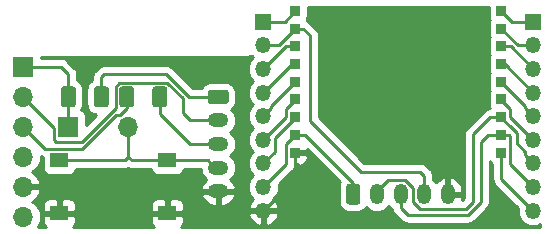
<source format=gbr>
G04 #@! TF.GenerationSoftware,KiCad,Pcbnew,(5.1.2)-1*
G04 #@! TF.CreationDate,2021-12-05T07:22:55+09:00*
G04 #@! TF.ProjectId,ESP32C3_downloader,45535033-3243-4335-9f64-6f776e6c6f61,rev?*
G04 #@! TF.SameCoordinates,Original*
G04 #@! TF.FileFunction,Copper,L1,Top*
G04 #@! TF.FilePolarity,Positive*
%FSLAX46Y46*%
G04 Gerber Fmt 4.6, Leading zero omitted, Abs format (unit mm)*
G04 Created by KiCad (PCBNEW (5.1.2)-1) date 2021-12-05 07:22:55*
%MOMM*%
%LPD*%
G04 APERTURE LIST*
%ADD10C,0.150000*%
%ADD11C,1.200000*%
%ADD12O,1.750000X1.200000*%
%ADD13C,1.250000*%
%ADD14R,1.350000X1.350000*%
%ADD15O,1.350000X1.350000*%
%ADD16O,1.200000X1.750000*%
%ADD17R,1.700000X1.700000*%
%ADD18O,1.700000X1.700000*%
%ADD19R,1.550000X1.300000*%
%ADD20R,0.850000X0.912500*%
%ADD21C,0.250000*%
%ADD22C,0.254000*%
G04 APERTURE END LIST*
D10*
G36*
X48909505Y-57821204D02*
G01*
X48933773Y-57824804D01*
X48957572Y-57830765D01*
X48980671Y-57839030D01*
X49002850Y-57849520D01*
X49023893Y-57862132D01*
X49043599Y-57876747D01*
X49061777Y-57893223D01*
X49078253Y-57911401D01*
X49092868Y-57931107D01*
X49105480Y-57952150D01*
X49115970Y-57974329D01*
X49124235Y-57997428D01*
X49130196Y-58021227D01*
X49133796Y-58045495D01*
X49135000Y-58069999D01*
X49135000Y-58770001D01*
X49133796Y-58794505D01*
X49130196Y-58818773D01*
X49124235Y-58842572D01*
X49115970Y-58865671D01*
X49105480Y-58887850D01*
X49092868Y-58908893D01*
X49078253Y-58928599D01*
X49061777Y-58946777D01*
X49043599Y-58963253D01*
X49023893Y-58977868D01*
X49002850Y-58990480D01*
X48980671Y-59000970D01*
X48957572Y-59009235D01*
X48933773Y-59015196D01*
X48909505Y-59018796D01*
X48885001Y-59020000D01*
X47634999Y-59020000D01*
X47610495Y-59018796D01*
X47586227Y-59015196D01*
X47562428Y-59009235D01*
X47539329Y-59000970D01*
X47517150Y-58990480D01*
X47496107Y-58977868D01*
X47476401Y-58963253D01*
X47458223Y-58946777D01*
X47441747Y-58928599D01*
X47427132Y-58908893D01*
X47414520Y-58887850D01*
X47404030Y-58865671D01*
X47395765Y-58842572D01*
X47389804Y-58818773D01*
X47386204Y-58794505D01*
X47385000Y-58770001D01*
X47385000Y-58069999D01*
X47386204Y-58045495D01*
X47389804Y-58021227D01*
X47395765Y-57997428D01*
X47404030Y-57974329D01*
X47414520Y-57952150D01*
X47427132Y-57931107D01*
X47441747Y-57911401D01*
X47458223Y-57893223D01*
X47476401Y-57876747D01*
X47496107Y-57862132D01*
X47517150Y-57849520D01*
X47539329Y-57839030D01*
X47562428Y-57830765D01*
X47586227Y-57824804D01*
X47610495Y-57821204D01*
X47634999Y-57820000D01*
X48885001Y-57820000D01*
X48909505Y-57821204D01*
X48909505Y-57821204D01*
G37*
D11*
X48260000Y-58420000D03*
D12*
X48260000Y-60420000D03*
X48260000Y-62420000D03*
X48260000Y-64420000D03*
X48260000Y-66420000D03*
D10*
G36*
X35959504Y-57546204D02*
G01*
X35983773Y-57549804D01*
X36007571Y-57555765D01*
X36030671Y-57564030D01*
X36052849Y-57574520D01*
X36073893Y-57587133D01*
X36093598Y-57601747D01*
X36111777Y-57618223D01*
X36128253Y-57636402D01*
X36142867Y-57656107D01*
X36155480Y-57677151D01*
X36165970Y-57699329D01*
X36174235Y-57722429D01*
X36180196Y-57746227D01*
X36183796Y-57770496D01*
X36185000Y-57795000D01*
X36185000Y-59045000D01*
X36183796Y-59069504D01*
X36180196Y-59093773D01*
X36174235Y-59117571D01*
X36165970Y-59140671D01*
X36155480Y-59162849D01*
X36142867Y-59183893D01*
X36128253Y-59203598D01*
X36111777Y-59221777D01*
X36093598Y-59238253D01*
X36073893Y-59252867D01*
X36052849Y-59265480D01*
X36030671Y-59275970D01*
X36007571Y-59284235D01*
X35983773Y-59290196D01*
X35959504Y-59293796D01*
X35935000Y-59295000D01*
X35185000Y-59295000D01*
X35160496Y-59293796D01*
X35136227Y-59290196D01*
X35112429Y-59284235D01*
X35089329Y-59275970D01*
X35067151Y-59265480D01*
X35046107Y-59252867D01*
X35026402Y-59238253D01*
X35008223Y-59221777D01*
X34991747Y-59203598D01*
X34977133Y-59183893D01*
X34964520Y-59162849D01*
X34954030Y-59140671D01*
X34945765Y-59117571D01*
X34939804Y-59093773D01*
X34936204Y-59069504D01*
X34935000Y-59045000D01*
X34935000Y-57795000D01*
X34936204Y-57770496D01*
X34939804Y-57746227D01*
X34945765Y-57722429D01*
X34954030Y-57699329D01*
X34964520Y-57677151D01*
X34977133Y-57656107D01*
X34991747Y-57636402D01*
X35008223Y-57618223D01*
X35026402Y-57601747D01*
X35046107Y-57587133D01*
X35067151Y-57574520D01*
X35089329Y-57564030D01*
X35112429Y-57555765D01*
X35136227Y-57549804D01*
X35160496Y-57546204D01*
X35185000Y-57545000D01*
X35935000Y-57545000D01*
X35959504Y-57546204D01*
X35959504Y-57546204D01*
G37*
D13*
X35560000Y-58420000D03*
D10*
G36*
X38759504Y-57546204D02*
G01*
X38783773Y-57549804D01*
X38807571Y-57555765D01*
X38830671Y-57564030D01*
X38852849Y-57574520D01*
X38873893Y-57587133D01*
X38893598Y-57601747D01*
X38911777Y-57618223D01*
X38928253Y-57636402D01*
X38942867Y-57656107D01*
X38955480Y-57677151D01*
X38965970Y-57699329D01*
X38974235Y-57722429D01*
X38980196Y-57746227D01*
X38983796Y-57770496D01*
X38985000Y-57795000D01*
X38985000Y-59045000D01*
X38983796Y-59069504D01*
X38980196Y-59093773D01*
X38974235Y-59117571D01*
X38965970Y-59140671D01*
X38955480Y-59162849D01*
X38942867Y-59183893D01*
X38928253Y-59203598D01*
X38911777Y-59221777D01*
X38893598Y-59238253D01*
X38873893Y-59252867D01*
X38852849Y-59265480D01*
X38830671Y-59275970D01*
X38807571Y-59284235D01*
X38783773Y-59290196D01*
X38759504Y-59293796D01*
X38735000Y-59295000D01*
X37985000Y-59295000D01*
X37960496Y-59293796D01*
X37936227Y-59290196D01*
X37912429Y-59284235D01*
X37889329Y-59275970D01*
X37867151Y-59265480D01*
X37846107Y-59252867D01*
X37826402Y-59238253D01*
X37808223Y-59221777D01*
X37791747Y-59203598D01*
X37777133Y-59183893D01*
X37764520Y-59162849D01*
X37754030Y-59140671D01*
X37745765Y-59117571D01*
X37739804Y-59093773D01*
X37736204Y-59069504D01*
X37735000Y-59045000D01*
X37735000Y-57795000D01*
X37736204Y-57770496D01*
X37739804Y-57746227D01*
X37745765Y-57722429D01*
X37754030Y-57699329D01*
X37764520Y-57677151D01*
X37777133Y-57656107D01*
X37791747Y-57636402D01*
X37808223Y-57618223D01*
X37826402Y-57601747D01*
X37846107Y-57587133D01*
X37867151Y-57574520D01*
X37889329Y-57564030D01*
X37912429Y-57555765D01*
X37936227Y-57549804D01*
X37960496Y-57546204D01*
X37985000Y-57545000D01*
X38735000Y-57545000D01*
X38759504Y-57546204D01*
X38759504Y-57546204D01*
G37*
D13*
X38360000Y-58420000D03*
D10*
G36*
X43709504Y-57546204D02*
G01*
X43733773Y-57549804D01*
X43757571Y-57555765D01*
X43780671Y-57564030D01*
X43802849Y-57574520D01*
X43823893Y-57587133D01*
X43843598Y-57601747D01*
X43861777Y-57618223D01*
X43878253Y-57636402D01*
X43892867Y-57656107D01*
X43905480Y-57677151D01*
X43915970Y-57699329D01*
X43924235Y-57722429D01*
X43930196Y-57746227D01*
X43933796Y-57770496D01*
X43935000Y-57795000D01*
X43935000Y-59045000D01*
X43933796Y-59069504D01*
X43930196Y-59093773D01*
X43924235Y-59117571D01*
X43915970Y-59140671D01*
X43905480Y-59162849D01*
X43892867Y-59183893D01*
X43878253Y-59203598D01*
X43861777Y-59221777D01*
X43843598Y-59238253D01*
X43823893Y-59252867D01*
X43802849Y-59265480D01*
X43780671Y-59275970D01*
X43757571Y-59284235D01*
X43733773Y-59290196D01*
X43709504Y-59293796D01*
X43685000Y-59295000D01*
X42935000Y-59295000D01*
X42910496Y-59293796D01*
X42886227Y-59290196D01*
X42862429Y-59284235D01*
X42839329Y-59275970D01*
X42817151Y-59265480D01*
X42796107Y-59252867D01*
X42776402Y-59238253D01*
X42758223Y-59221777D01*
X42741747Y-59203598D01*
X42727133Y-59183893D01*
X42714520Y-59162849D01*
X42704030Y-59140671D01*
X42695765Y-59117571D01*
X42689804Y-59093773D01*
X42686204Y-59069504D01*
X42685000Y-59045000D01*
X42685000Y-57795000D01*
X42686204Y-57770496D01*
X42689804Y-57746227D01*
X42695765Y-57722429D01*
X42704030Y-57699329D01*
X42714520Y-57677151D01*
X42727133Y-57656107D01*
X42741747Y-57636402D01*
X42758223Y-57618223D01*
X42776402Y-57601747D01*
X42796107Y-57587133D01*
X42817151Y-57574520D01*
X42839329Y-57564030D01*
X42862429Y-57555765D01*
X42886227Y-57549804D01*
X42910496Y-57546204D01*
X42935000Y-57545000D01*
X43685000Y-57545000D01*
X43709504Y-57546204D01*
X43709504Y-57546204D01*
G37*
D13*
X43310000Y-58420000D03*
D10*
G36*
X40909504Y-57546204D02*
G01*
X40933773Y-57549804D01*
X40957571Y-57555765D01*
X40980671Y-57564030D01*
X41002849Y-57574520D01*
X41023893Y-57587133D01*
X41043598Y-57601747D01*
X41061777Y-57618223D01*
X41078253Y-57636402D01*
X41092867Y-57656107D01*
X41105480Y-57677151D01*
X41115970Y-57699329D01*
X41124235Y-57722429D01*
X41130196Y-57746227D01*
X41133796Y-57770496D01*
X41135000Y-57795000D01*
X41135000Y-59045000D01*
X41133796Y-59069504D01*
X41130196Y-59093773D01*
X41124235Y-59117571D01*
X41115970Y-59140671D01*
X41105480Y-59162849D01*
X41092867Y-59183893D01*
X41078253Y-59203598D01*
X41061777Y-59221777D01*
X41043598Y-59238253D01*
X41023893Y-59252867D01*
X41002849Y-59265480D01*
X40980671Y-59275970D01*
X40957571Y-59284235D01*
X40933773Y-59290196D01*
X40909504Y-59293796D01*
X40885000Y-59295000D01*
X40135000Y-59295000D01*
X40110496Y-59293796D01*
X40086227Y-59290196D01*
X40062429Y-59284235D01*
X40039329Y-59275970D01*
X40017151Y-59265480D01*
X39996107Y-59252867D01*
X39976402Y-59238253D01*
X39958223Y-59221777D01*
X39941747Y-59203598D01*
X39927133Y-59183893D01*
X39914520Y-59162849D01*
X39904030Y-59140671D01*
X39895765Y-59117571D01*
X39889804Y-59093773D01*
X39886204Y-59069504D01*
X39885000Y-59045000D01*
X39885000Y-57795000D01*
X39886204Y-57770496D01*
X39889804Y-57746227D01*
X39895765Y-57722429D01*
X39904030Y-57699329D01*
X39914520Y-57677151D01*
X39927133Y-57656107D01*
X39941747Y-57636402D01*
X39958223Y-57618223D01*
X39976402Y-57601747D01*
X39996107Y-57587133D01*
X40017151Y-57574520D01*
X40039329Y-57564030D01*
X40062429Y-57555765D01*
X40086227Y-57549804D01*
X40110496Y-57546204D01*
X40135000Y-57545000D01*
X40885000Y-57545000D01*
X40909504Y-57546204D01*
X40909504Y-57546204D01*
G37*
D13*
X40510000Y-58420000D03*
D14*
X52070000Y-52070000D03*
D15*
X52070000Y-54070000D03*
X52070000Y-56070000D03*
X52070000Y-58070000D03*
X52070000Y-60070000D03*
X52070000Y-62070000D03*
X52070000Y-64070000D03*
X52070000Y-66070000D03*
X52070000Y-68070000D03*
X74930000Y-68070000D03*
X74930000Y-66070000D03*
X74930000Y-64070000D03*
X74930000Y-62070000D03*
X74930000Y-60070000D03*
X74930000Y-58070000D03*
X74930000Y-56070000D03*
X74930000Y-54070000D03*
D14*
X74930000Y-52070000D03*
D16*
X67690000Y-66675000D03*
X65690000Y-66675000D03*
X63690000Y-66675000D03*
X61690000Y-66675000D03*
D10*
G36*
X60064505Y-65801204D02*
G01*
X60088773Y-65804804D01*
X60112572Y-65810765D01*
X60135671Y-65819030D01*
X60157850Y-65829520D01*
X60178893Y-65842132D01*
X60198599Y-65856747D01*
X60216777Y-65873223D01*
X60233253Y-65891401D01*
X60247868Y-65911107D01*
X60260480Y-65932150D01*
X60270970Y-65954329D01*
X60279235Y-65977428D01*
X60285196Y-66001227D01*
X60288796Y-66025495D01*
X60290000Y-66049999D01*
X60290000Y-67300001D01*
X60288796Y-67324505D01*
X60285196Y-67348773D01*
X60279235Y-67372572D01*
X60270970Y-67395671D01*
X60260480Y-67417850D01*
X60247868Y-67438893D01*
X60233253Y-67458599D01*
X60216777Y-67476777D01*
X60198599Y-67493253D01*
X60178893Y-67507868D01*
X60157850Y-67520480D01*
X60135671Y-67530970D01*
X60112572Y-67539235D01*
X60088773Y-67545196D01*
X60064505Y-67548796D01*
X60040001Y-67550000D01*
X59339999Y-67550000D01*
X59315495Y-67548796D01*
X59291227Y-67545196D01*
X59267428Y-67539235D01*
X59244329Y-67530970D01*
X59222150Y-67520480D01*
X59201107Y-67507868D01*
X59181401Y-67493253D01*
X59163223Y-67476777D01*
X59146747Y-67458599D01*
X59132132Y-67438893D01*
X59119520Y-67417850D01*
X59109030Y-67395671D01*
X59100765Y-67372572D01*
X59094804Y-67348773D01*
X59091204Y-67324505D01*
X59090000Y-67300001D01*
X59090000Y-66049999D01*
X59091204Y-66025495D01*
X59094804Y-66001227D01*
X59100765Y-65977428D01*
X59109030Y-65954329D01*
X59119520Y-65932150D01*
X59132132Y-65911107D01*
X59146747Y-65891401D01*
X59163223Y-65873223D01*
X59181401Y-65856747D01*
X59201107Y-65842132D01*
X59222150Y-65829520D01*
X59244329Y-65819030D01*
X59267428Y-65810765D01*
X59291227Y-65804804D01*
X59315495Y-65801204D01*
X59339999Y-65800000D01*
X60040001Y-65800000D01*
X60064505Y-65801204D01*
X60064505Y-65801204D01*
G37*
D11*
X59690000Y-66675000D03*
D17*
X31750000Y-55880000D03*
D18*
X31750000Y-58420000D03*
X31750000Y-60960000D03*
X31750000Y-63500000D03*
X31750000Y-66040000D03*
X31750000Y-68580000D03*
D19*
X43942000Y-63790000D03*
X43942000Y-68290000D03*
X34798000Y-68290000D03*
X34798000Y-63790000D03*
D17*
X35560000Y-60960000D03*
D18*
X40640000Y-60960000D03*
D20*
X72237500Y-51150000D03*
X72237500Y-52650000D03*
X72237500Y-54150000D03*
X72237500Y-55650000D03*
X72237500Y-57150000D03*
X72237500Y-58650000D03*
X72237500Y-60150000D03*
X72237500Y-61650000D03*
X72237500Y-63150000D03*
X54762500Y-63150000D03*
X54762500Y-61650000D03*
X54762500Y-60150000D03*
X54762500Y-58650000D03*
X54762500Y-57150000D03*
X54762500Y-55650000D03*
X54762500Y-54150000D03*
X54762500Y-52650000D03*
X54762500Y-51150000D03*
D21*
X35560000Y-56515000D02*
X35560000Y-58420000D01*
X31750000Y-55880000D02*
X34925000Y-55880000D01*
X34925000Y-55880000D02*
X35560000Y-56515000D01*
X35560000Y-60960000D02*
X35560000Y-58420000D01*
X38360000Y-56775000D02*
X38360000Y-58420000D01*
X43854600Y-56515000D02*
X38620000Y-56515000D01*
X38360000Y-56775000D02*
X38620000Y-56515000D01*
X45759600Y-58420000D02*
X45719999Y-58380399D01*
X48260000Y-58420000D02*
X46355000Y-58420000D01*
X45759600Y-58420000D02*
X46355000Y-58420000D01*
X45759600Y-58420000D02*
X48260000Y-58420000D01*
X45104800Y-57765200D02*
X45759600Y-58420000D01*
X45104800Y-57765200D02*
X43854600Y-56515000D01*
X45719999Y-58380399D02*
X45104800Y-57765200D01*
X44489600Y-57150000D02*
X43854600Y-56515000D01*
X43310000Y-58420000D02*
X43310000Y-59865000D01*
X45865000Y-62420000D02*
X48260000Y-62420000D01*
X45697500Y-62252500D02*
X45865000Y-62420000D01*
X43310000Y-59865000D02*
X45697500Y-62252500D01*
X40510000Y-59395000D02*
X40510000Y-58420000D01*
X39962500Y-59942500D02*
X40510000Y-59395000D01*
X39622500Y-59942500D02*
X39962500Y-59942500D01*
X36750001Y-62814999D02*
X39622500Y-59942500D01*
X33604999Y-62814999D02*
X36750001Y-62814999D01*
X31750000Y-60960000D02*
X33604999Y-62814999D01*
X54762500Y-51181250D02*
X54762500Y-51150000D01*
X53873750Y-52070000D02*
X54762500Y-51181250D01*
X52070000Y-52070000D02*
X53873750Y-52070000D01*
X54762500Y-52681250D02*
X54762500Y-52650000D01*
X53373750Y-54070000D02*
X54762500Y-52681250D01*
X52070000Y-54070000D02*
X53373750Y-54070000D01*
X55437500Y-52650000D02*
X54762500Y-52650000D01*
X53990000Y-54150000D02*
X54762500Y-54150000D01*
X52070000Y-56070000D02*
X53990000Y-54150000D01*
X54490000Y-55650000D02*
X54762500Y-55650000D01*
X52070000Y-58070000D02*
X54490000Y-55650000D01*
X54762500Y-57181250D02*
X54762500Y-57150000D01*
X52744999Y-59198751D02*
X54762500Y-57181250D01*
X52744999Y-59395001D02*
X52744999Y-59198751D01*
X52070000Y-60070000D02*
X52744999Y-59395001D01*
X54762500Y-58681250D02*
X54762500Y-58650000D01*
X54012499Y-59431251D02*
X54762500Y-58681250D01*
X54012499Y-60127501D02*
X54012499Y-59431251D01*
X52070000Y-62070000D02*
X54012499Y-60127501D01*
X54762500Y-60181250D02*
X54762500Y-60150000D01*
X53070001Y-61873749D02*
X54762500Y-60181250D01*
X53070001Y-63069999D02*
X53070001Y-61873749D01*
X52070000Y-64070000D02*
X53070001Y-63069999D01*
X54762500Y-61681250D02*
X54762500Y-61650000D01*
X54012499Y-62431251D02*
X54762500Y-61681250D01*
X54012499Y-64127501D02*
X54012499Y-62431251D01*
X52070000Y-66070000D02*
X54012499Y-64127501D01*
X59690000Y-66675000D02*
X59690000Y-65700000D01*
X55640000Y-61650000D02*
X54762500Y-61650000D01*
X59690000Y-65700000D02*
X55640000Y-61650000D01*
X54762500Y-65377500D02*
X54762500Y-63150000D01*
X52070000Y-68070000D02*
X54762500Y-65377500D01*
X67690000Y-66400000D02*
X67690000Y-66675000D01*
X72237500Y-65377500D02*
X74930000Y-68070000D01*
X72237500Y-63150000D02*
X72237500Y-65377500D01*
X65690000Y-65120000D02*
X65340000Y-64770000D01*
X65690000Y-66675000D02*
X65690000Y-65120000D01*
X65340000Y-64770000D02*
X60325000Y-64770000D01*
X56003750Y-60448750D02*
X56003750Y-53216250D01*
X60325000Y-64770000D02*
X56003750Y-60448750D01*
X56003750Y-53216250D02*
X55437500Y-52650000D01*
X72237500Y-60181250D02*
X72237500Y-60150000D01*
X72987501Y-60931251D02*
X72237500Y-60181250D01*
X74255001Y-63395001D02*
X74255001Y-63062341D01*
X74930000Y-64070000D02*
X74255001Y-63395001D01*
X72237500Y-58681250D02*
X72237500Y-58650000D01*
X72987501Y-59431251D02*
X72237500Y-58681250D01*
X72987501Y-60127501D02*
X72987501Y-59431251D01*
X74930000Y-62070000D02*
X72987501Y-60127501D01*
X72237500Y-57181250D02*
X72237500Y-57150000D01*
X74255001Y-59198751D02*
X72237500Y-57181250D01*
X74255001Y-59395001D02*
X74255001Y-59198751D01*
X74930000Y-60070000D02*
X74255001Y-59395001D01*
X72510000Y-55650000D02*
X72237500Y-55650000D01*
X74930000Y-58070000D02*
X72510000Y-55650000D01*
X73010000Y-54150000D02*
X72237500Y-54150000D01*
X74930000Y-56070000D02*
X73010000Y-54150000D01*
X72237500Y-52681250D02*
X72237500Y-52650000D01*
X73626250Y-54070000D02*
X72237500Y-52681250D01*
X74930000Y-54070000D02*
X73626250Y-54070000D01*
X72237500Y-51181250D02*
X72237500Y-51150000D01*
X73126250Y-52070000D02*
X72237500Y-51181250D01*
X74930000Y-52070000D02*
X73126250Y-52070000D01*
X69399991Y-68395009D02*
X70485000Y-67310000D01*
X64285009Y-68395009D02*
X69399991Y-68395009D01*
X63690000Y-67800000D02*
X64285009Y-68395009D01*
X63690000Y-66675000D02*
X63690000Y-67800000D01*
X71065000Y-61650000D02*
X72237500Y-61650000D01*
X70485000Y-62230000D02*
X71065000Y-61650000D01*
X70485000Y-64135000D02*
X70485000Y-62230000D01*
X70485000Y-64135000D02*
X70485000Y-63433750D01*
X70485000Y-67310000D02*
X70485000Y-64135000D01*
X72912500Y-61650000D02*
X72237500Y-61650000D01*
X72987501Y-61725001D02*
X72912500Y-61650000D01*
X72987501Y-64127501D02*
X72987501Y-61725001D01*
X74930000Y-66070000D02*
X72987501Y-64127501D01*
X61690000Y-66400000D02*
X61690000Y-66675000D01*
X64069081Y-65470919D02*
X62619081Y-65470919D01*
X64764990Y-66166829D02*
X64069081Y-65470919D01*
X64764990Y-67333151D02*
X64764990Y-66166829D01*
X62619081Y-65470919D02*
X61690000Y-66400000D01*
X69850000Y-67308590D02*
X69213590Y-67945000D01*
X69213590Y-67945000D02*
X65376839Y-67945000D01*
X65376839Y-67945000D02*
X64764990Y-67333151D01*
X69850000Y-61595000D02*
X71295000Y-60150000D01*
X72237500Y-60150000D02*
X71295000Y-60150000D01*
X69850000Y-61595000D02*
X69850000Y-67308590D01*
X72987501Y-60931251D02*
X72996251Y-60931251D01*
X73541330Y-61476330D02*
X73541330Y-62348670D01*
X72996251Y-60931251D02*
X73541330Y-61476330D01*
X74255001Y-63062341D02*
X73541330Y-62348670D01*
X43923180Y-57219990D02*
X45269990Y-58566800D01*
X39896820Y-57219990D02*
X43923180Y-57219990D01*
X36698590Y-62230000D02*
X39559990Y-59368600D01*
X34544998Y-62230000D02*
X36698590Y-62230000D01*
X34384999Y-62070001D02*
X34544998Y-62230000D01*
X45269990Y-58566800D02*
X45269990Y-59824990D01*
X39559990Y-59368600D02*
X39559990Y-57556820D01*
X34384999Y-61054999D02*
X34384999Y-62070001D01*
X39559990Y-57556820D02*
X39896820Y-57219990D01*
X31750000Y-58420000D02*
X34384999Y-61054999D01*
X45865000Y-60420000D02*
X45269990Y-59824990D01*
X48260000Y-60420000D02*
X45865000Y-60420000D01*
X34798000Y-68290000D02*
X43942000Y-68290000D01*
X34798000Y-67183000D02*
X34798000Y-68290000D01*
X34290000Y-66675000D02*
X34798000Y-67183000D01*
X33655000Y-66675000D02*
X34290000Y-66675000D01*
X31750000Y-66040000D02*
X33020000Y-66040000D01*
X33020000Y-66040000D02*
X33655000Y-66675000D01*
X45375000Y-68290000D02*
X45975000Y-67690000D01*
X43942000Y-68290000D02*
X45375000Y-68290000D01*
X34798000Y-63790000D02*
X40350000Y-63790000D01*
X40640000Y-63500000D02*
X40640000Y-60960000D01*
X40350000Y-63790000D02*
X40640000Y-63500000D01*
X40930000Y-63790000D02*
X40640000Y-63500000D01*
X43942000Y-63790000D02*
X40930000Y-63790000D01*
X47355000Y-63790000D02*
X43942000Y-63790000D01*
X48260000Y-64420000D02*
X47985000Y-64420000D01*
X47985000Y-64420000D02*
X47355000Y-63790000D01*
X45975000Y-67580000D02*
X45975000Y-67690000D01*
X47135000Y-66420000D02*
X45975000Y-67580000D01*
X48260000Y-66420000D02*
X47135000Y-66420000D01*
D22*
G36*
X51139208Y-55000792D02*
G01*
X51223539Y-55070000D01*
X51139208Y-55139208D01*
X50975505Y-55338682D01*
X50853862Y-55566259D01*
X50778955Y-55813195D01*
X50753662Y-56070000D01*
X50778955Y-56326805D01*
X50853862Y-56573741D01*
X50975505Y-56801318D01*
X51139208Y-57000792D01*
X51223539Y-57070000D01*
X51139208Y-57139208D01*
X50975505Y-57338682D01*
X50853862Y-57566259D01*
X50778955Y-57813195D01*
X50753662Y-58070000D01*
X50778955Y-58326805D01*
X50853862Y-58573741D01*
X50975505Y-58801318D01*
X51139208Y-59000792D01*
X51223539Y-59070000D01*
X51139208Y-59139208D01*
X50975505Y-59338682D01*
X50853862Y-59566259D01*
X50778955Y-59813195D01*
X50753662Y-60070000D01*
X50778955Y-60326805D01*
X50853862Y-60573741D01*
X50975505Y-60801318D01*
X51139208Y-61000792D01*
X51223539Y-61070000D01*
X51139208Y-61139208D01*
X50975505Y-61338682D01*
X50853862Y-61566259D01*
X50778955Y-61813195D01*
X50753662Y-62070000D01*
X50778955Y-62326805D01*
X50853862Y-62573741D01*
X50975505Y-62801318D01*
X51139208Y-63000792D01*
X51223539Y-63070000D01*
X51139208Y-63139208D01*
X50975505Y-63338682D01*
X50853862Y-63566259D01*
X50778955Y-63813195D01*
X50753662Y-64070000D01*
X50778955Y-64326805D01*
X50853862Y-64573741D01*
X50975505Y-64801318D01*
X51139208Y-65000792D01*
X51223539Y-65070000D01*
X51139208Y-65139208D01*
X50975505Y-65338682D01*
X50853862Y-65566259D01*
X50778955Y-65813195D01*
X50753662Y-66070000D01*
X50778955Y-66326805D01*
X50853862Y-66573741D01*
X50975505Y-66801318D01*
X51139208Y-67000792D01*
X51227648Y-67073372D01*
X51091697Y-67198773D01*
X50940527Y-67406371D01*
X50832762Y-67639472D01*
X50802090Y-67740600D01*
X50925776Y-67943000D01*
X51943000Y-67943000D01*
X51943000Y-67923000D01*
X52197000Y-67923000D01*
X52197000Y-67943000D01*
X53214224Y-67943000D01*
X53337910Y-67740600D01*
X53307238Y-67639472D01*
X53199473Y-67406371D01*
X53048303Y-67198773D01*
X52912352Y-67073372D01*
X53000792Y-67000792D01*
X53164495Y-66801318D01*
X53286138Y-66573741D01*
X53361045Y-66326805D01*
X53386338Y-66070000D01*
X53364682Y-65850120D01*
X54523508Y-64691295D01*
X54552500Y-64667502D01*
X54576294Y-64638509D01*
X54576298Y-64638505D01*
X54641319Y-64559276D01*
X54647473Y-64551777D01*
X54718045Y-64419748D01*
X54761502Y-64276487D01*
X54764973Y-64241250D01*
X54889502Y-64241250D01*
X54889502Y-64082502D01*
X55048250Y-64241250D01*
X55187500Y-64244322D01*
X55311982Y-64232062D01*
X55431680Y-64195752D01*
X55541994Y-64136787D01*
X55638685Y-64057435D01*
X55718037Y-63960744D01*
X55777002Y-63850430D01*
X55813312Y-63730732D01*
X55825572Y-63606250D01*
X55822500Y-63435750D01*
X55663750Y-63277000D01*
X54889500Y-63277000D01*
X54889500Y-63297000D01*
X54772499Y-63297000D01*
X54772499Y-63003000D01*
X54889500Y-63003000D01*
X54889500Y-63023000D01*
X55663750Y-63023000D01*
X55800974Y-62885776D01*
X58556388Y-65641190D01*
X58519528Y-65710149D01*
X58468992Y-65876745D01*
X58451928Y-66049999D01*
X58451928Y-67300001D01*
X58468992Y-67473255D01*
X58519528Y-67639851D01*
X58601595Y-67793387D01*
X58712038Y-67927962D01*
X58846613Y-68038405D01*
X59000149Y-68120472D01*
X59166745Y-68171008D01*
X59339999Y-68188072D01*
X60040001Y-68188072D01*
X60213255Y-68171008D01*
X60379851Y-68120472D01*
X60533387Y-68038405D01*
X60667962Y-67927962D01*
X60778405Y-67793387D01*
X60780810Y-67788888D01*
X60812499Y-67827502D01*
X61000552Y-67981833D01*
X61215100Y-68096511D01*
X61447899Y-68167130D01*
X61690000Y-68190975D01*
X61932102Y-68167130D01*
X62164901Y-68096511D01*
X62379449Y-67981833D01*
X62567502Y-67827502D01*
X62690000Y-67678237D01*
X62812499Y-67827502D01*
X62939281Y-67931549D01*
X62940606Y-67945000D01*
X62940998Y-67948985D01*
X62984454Y-68092246D01*
X63055026Y-68224276D01*
X63108053Y-68288889D01*
X63150000Y-68340001D01*
X63178998Y-68363799D01*
X63721209Y-68906011D01*
X63745008Y-68935010D01*
X63860733Y-69029983D01*
X63992762Y-69100555D01*
X64136023Y-69144012D01*
X64247676Y-69155009D01*
X64247684Y-69155009D01*
X64285009Y-69158685D01*
X64322334Y-69155009D01*
X69362669Y-69155009D01*
X69399991Y-69158685D01*
X69437313Y-69155009D01*
X69437324Y-69155009D01*
X69548977Y-69144012D01*
X69692238Y-69100555D01*
X69824267Y-69029983D01*
X69939992Y-68935010D01*
X69963794Y-68906007D01*
X70996009Y-67873794D01*
X71025001Y-67850001D01*
X71048795Y-67821008D01*
X71048799Y-67821004D01*
X71119973Y-67734277D01*
X71119974Y-67734276D01*
X71190546Y-67602247D01*
X71234003Y-67458986D01*
X71245000Y-67347333D01*
X71245000Y-67347324D01*
X71248676Y-67310001D01*
X71245000Y-67272678D01*
X71245000Y-63891592D01*
X71281963Y-63960744D01*
X71361315Y-64057435D01*
X71458006Y-64136787D01*
X71477500Y-64147207D01*
X71477501Y-65340168D01*
X71473824Y-65377500D01*
X71477501Y-65414833D01*
X71488498Y-65526486D01*
X71495938Y-65551014D01*
X71531954Y-65669746D01*
X71602526Y-65801776D01*
X71673701Y-65888502D01*
X71697500Y-65917501D01*
X71726498Y-65941299D01*
X73635318Y-67850120D01*
X73613662Y-68070000D01*
X73638955Y-68326805D01*
X73713862Y-68573741D01*
X73835505Y-68801318D01*
X73999208Y-69000792D01*
X74198682Y-69164495D01*
X74426259Y-69286138D01*
X74673195Y-69361045D01*
X74865649Y-69380000D01*
X74994351Y-69380000D01*
X75186805Y-69361045D01*
X75433741Y-69286138D01*
X75540000Y-69229341D01*
X75540000Y-69444000D01*
X45103830Y-69444000D01*
X45168185Y-69391185D01*
X45247537Y-69294494D01*
X45306502Y-69184180D01*
X45342812Y-69064482D01*
X45355072Y-68940000D01*
X45352000Y-68575750D01*
X45193250Y-68417000D01*
X44069000Y-68417000D01*
X44069000Y-68437000D01*
X43815000Y-68437000D01*
X43815000Y-68417000D01*
X42690750Y-68417000D01*
X42532000Y-68575750D01*
X42528928Y-68940000D01*
X42541188Y-69064482D01*
X42577498Y-69184180D01*
X42636463Y-69294494D01*
X42715815Y-69391185D01*
X42780170Y-69444000D01*
X35959830Y-69444000D01*
X36024185Y-69391185D01*
X36103537Y-69294494D01*
X36162502Y-69184180D01*
X36198812Y-69064482D01*
X36211072Y-68940000D01*
X36208000Y-68575750D01*
X36049250Y-68417000D01*
X34925000Y-68417000D01*
X34925000Y-68437000D01*
X34671000Y-68437000D01*
X34671000Y-68417000D01*
X33546750Y-68417000D01*
X33388000Y-68575750D01*
X33384928Y-68940000D01*
X33397188Y-69064482D01*
X33433498Y-69184180D01*
X33492463Y-69294494D01*
X33571815Y-69391185D01*
X33636170Y-69444000D01*
X32961994Y-69444000D01*
X32990706Y-69409014D01*
X33128599Y-69151034D01*
X33213513Y-68871111D01*
X33242185Y-68580000D01*
X33224398Y-68399400D01*
X50802090Y-68399400D01*
X50832762Y-68500528D01*
X50940527Y-68733629D01*
X51091697Y-68941227D01*
X51280463Y-69115344D01*
X51499570Y-69249289D01*
X51740599Y-69337915D01*
X51943000Y-69215085D01*
X51943000Y-68197000D01*
X52197000Y-68197000D01*
X52197000Y-69215085D01*
X52399401Y-69337915D01*
X52640430Y-69249289D01*
X52859537Y-69115344D01*
X53048303Y-68941227D01*
X53199473Y-68733629D01*
X53307238Y-68500528D01*
X53337910Y-68399400D01*
X53214224Y-68197000D01*
X52197000Y-68197000D01*
X51943000Y-68197000D01*
X50925776Y-68197000D01*
X50802090Y-68399400D01*
X33224398Y-68399400D01*
X33213513Y-68288889D01*
X33128599Y-68008966D01*
X32990706Y-67750986D01*
X32899623Y-67640000D01*
X33384928Y-67640000D01*
X33388000Y-68004250D01*
X33546750Y-68163000D01*
X34671000Y-68163000D01*
X34671000Y-67163750D01*
X34925000Y-67163750D01*
X34925000Y-68163000D01*
X36049250Y-68163000D01*
X36208000Y-68004250D01*
X36211072Y-67640000D01*
X42528928Y-67640000D01*
X42532000Y-68004250D01*
X42690750Y-68163000D01*
X43815000Y-68163000D01*
X43815000Y-67163750D01*
X44069000Y-67163750D01*
X44069000Y-68163000D01*
X45193250Y-68163000D01*
X45352000Y-68004250D01*
X45355072Y-67640000D01*
X45342812Y-67515518D01*
X45306502Y-67395820D01*
X45247537Y-67285506D01*
X45168185Y-67188815D01*
X45071494Y-67109463D01*
X44961180Y-67050498D01*
X44841482Y-67014188D01*
X44717000Y-67001928D01*
X44227750Y-67005000D01*
X44069000Y-67163750D01*
X43815000Y-67163750D01*
X43656250Y-67005000D01*
X43167000Y-67001928D01*
X43042518Y-67014188D01*
X42922820Y-67050498D01*
X42812506Y-67109463D01*
X42715815Y-67188815D01*
X42636463Y-67285506D01*
X42577498Y-67395820D01*
X42541188Y-67515518D01*
X42528928Y-67640000D01*
X36211072Y-67640000D01*
X36198812Y-67515518D01*
X36162502Y-67395820D01*
X36103537Y-67285506D01*
X36024185Y-67188815D01*
X35927494Y-67109463D01*
X35817180Y-67050498D01*
X35697482Y-67014188D01*
X35573000Y-67001928D01*
X35083750Y-67005000D01*
X34925000Y-67163750D01*
X34671000Y-67163750D01*
X34512250Y-67005000D01*
X34023000Y-67001928D01*
X33898518Y-67014188D01*
X33778820Y-67050498D01*
X33668506Y-67109463D01*
X33571815Y-67188815D01*
X33492463Y-67285506D01*
X33433498Y-67395820D01*
X33397188Y-67515518D01*
X33384928Y-67640000D01*
X32899623Y-67640000D01*
X32805134Y-67524866D01*
X32579014Y-67339294D01*
X32514477Y-67304799D01*
X32631355Y-67235178D01*
X32847588Y-67040269D01*
X33021641Y-66806920D01*
X33054654Y-66737609D01*
X46791538Y-66737609D01*
X46795409Y-66775282D01*
X46887579Y-67000533D01*
X47021922Y-67203474D01*
X47193275Y-67376307D01*
X47395054Y-67512390D01*
X47619504Y-67606493D01*
X47858000Y-67655000D01*
X48133000Y-67655000D01*
X48133000Y-66547000D01*
X48387000Y-66547000D01*
X48387000Y-67655000D01*
X48662000Y-67655000D01*
X48900496Y-67606493D01*
X49124946Y-67512390D01*
X49326725Y-67376307D01*
X49498078Y-67203474D01*
X49632421Y-67000533D01*
X49724591Y-66775282D01*
X49728462Y-66737609D01*
X49603731Y-66547000D01*
X48387000Y-66547000D01*
X48133000Y-66547000D01*
X46916269Y-66547000D01*
X46791538Y-66737609D01*
X33054654Y-66737609D01*
X33146825Y-66544099D01*
X33191476Y-66396890D01*
X33070155Y-66167000D01*
X31877000Y-66167000D01*
X31877000Y-66187000D01*
X31623000Y-66187000D01*
X31623000Y-66167000D01*
X31603000Y-66167000D01*
X31603000Y-65913000D01*
X31623000Y-65913000D01*
X31623000Y-65893000D01*
X31877000Y-65893000D01*
X31877000Y-65913000D01*
X33070155Y-65913000D01*
X33191476Y-65683110D01*
X33146825Y-65535901D01*
X33021641Y-65273080D01*
X32847588Y-65039731D01*
X32631355Y-64844822D01*
X32514477Y-64775201D01*
X32579014Y-64740706D01*
X32805134Y-64555134D01*
X32990706Y-64329014D01*
X33128599Y-64071034D01*
X33213513Y-63791111D01*
X33242185Y-63500000D01*
X33240399Y-63481871D01*
X33312752Y-63520545D01*
X33384928Y-63542439D01*
X33384928Y-64440000D01*
X33397188Y-64564482D01*
X33433498Y-64684180D01*
X33492463Y-64794494D01*
X33571815Y-64891185D01*
X33668506Y-64970537D01*
X33778820Y-65029502D01*
X33898518Y-65065812D01*
X34023000Y-65078072D01*
X35573000Y-65078072D01*
X35697482Y-65065812D01*
X35817180Y-65029502D01*
X35927494Y-64970537D01*
X36024185Y-64891185D01*
X36103537Y-64794494D01*
X36162502Y-64684180D01*
X36198812Y-64564482D01*
X36200238Y-64550000D01*
X40312678Y-64550000D01*
X40350000Y-64553676D01*
X40387322Y-64550000D01*
X40387333Y-64550000D01*
X40498986Y-64539003D01*
X40640000Y-64496228D01*
X40781014Y-64539003D01*
X40892667Y-64550000D01*
X40892677Y-64550000D01*
X40930000Y-64553676D01*
X40967323Y-64550000D01*
X42539762Y-64550000D01*
X42541188Y-64564482D01*
X42577498Y-64684180D01*
X42636463Y-64794494D01*
X42715815Y-64891185D01*
X42812506Y-64970537D01*
X42922820Y-65029502D01*
X43042518Y-65065812D01*
X43167000Y-65078072D01*
X44717000Y-65078072D01*
X44841482Y-65065812D01*
X44961180Y-65029502D01*
X45071494Y-64970537D01*
X45168185Y-64891185D01*
X45247537Y-64794494D01*
X45306502Y-64684180D01*
X45342812Y-64564482D01*
X45344238Y-64550000D01*
X46756829Y-64550000D01*
X46767870Y-64662102D01*
X46838489Y-64894901D01*
X46953167Y-65109449D01*
X47107498Y-65297502D01*
X47257348Y-65420481D01*
X47193275Y-65463693D01*
X47021922Y-65636526D01*
X46887579Y-65839467D01*
X46795409Y-66064718D01*
X46791538Y-66102391D01*
X46916269Y-66293000D01*
X48133000Y-66293000D01*
X48133000Y-66273000D01*
X48387000Y-66273000D01*
X48387000Y-66293000D01*
X49603731Y-66293000D01*
X49728462Y-66102391D01*
X49724591Y-66064718D01*
X49632421Y-65839467D01*
X49498078Y-65636526D01*
X49326725Y-65463693D01*
X49262652Y-65420481D01*
X49412502Y-65297502D01*
X49566833Y-65109449D01*
X49681511Y-64894901D01*
X49752130Y-64662102D01*
X49775975Y-64420000D01*
X49752130Y-64177898D01*
X49681511Y-63945099D01*
X49566833Y-63730551D01*
X49412502Y-63542498D01*
X49263238Y-63420000D01*
X49412502Y-63297502D01*
X49566833Y-63109449D01*
X49681511Y-62894901D01*
X49752130Y-62662102D01*
X49775975Y-62420000D01*
X49752130Y-62177898D01*
X49681511Y-61945099D01*
X49566833Y-61730551D01*
X49412502Y-61542498D01*
X49263238Y-61420000D01*
X49412502Y-61297502D01*
X49566833Y-61109449D01*
X49681511Y-60894901D01*
X49752130Y-60662102D01*
X49775975Y-60420000D01*
X49752130Y-60177898D01*
X49681511Y-59945099D01*
X49566833Y-59730551D01*
X49412502Y-59542498D01*
X49373889Y-59510809D01*
X49378387Y-59508405D01*
X49512962Y-59397962D01*
X49623405Y-59263387D01*
X49705472Y-59109851D01*
X49756008Y-58943255D01*
X49773072Y-58770001D01*
X49773072Y-58069999D01*
X49756008Y-57896745D01*
X49705472Y-57730149D01*
X49623405Y-57576613D01*
X49512962Y-57442038D01*
X49378387Y-57331595D01*
X49224851Y-57249528D01*
X49058255Y-57198992D01*
X48885001Y-57181928D01*
X47634999Y-57181928D01*
X47461745Y-57198992D01*
X47295149Y-57249528D01*
X47141613Y-57331595D01*
X47007038Y-57442038D01*
X46896595Y-57576613D01*
X46852024Y-57660000D01*
X46074402Y-57660000D01*
X45953078Y-57538676D01*
X45668603Y-57254202D01*
X45668599Y-57254197D01*
X44999948Y-56585546D01*
X44418403Y-56004002D01*
X44394601Y-55974999D01*
X44278876Y-55880026D01*
X44146847Y-55809454D01*
X44003586Y-55765997D01*
X43891933Y-55755000D01*
X43891922Y-55755000D01*
X43854600Y-55751324D01*
X43817278Y-55755000D01*
X38657333Y-55755000D01*
X38620000Y-55751323D01*
X38582667Y-55755000D01*
X38471014Y-55765997D01*
X38327753Y-55809454D01*
X38195724Y-55880026D01*
X38079999Y-55974999D01*
X38056196Y-56004003D01*
X37849003Y-56211196D01*
X37819999Y-56234999D01*
X37778986Y-56284974D01*
X37725026Y-56350724D01*
X37681450Y-56432248D01*
X37654454Y-56482754D01*
X37610997Y-56626015D01*
X37600000Y-56737668D01*
X37600000Y-56737678D01*
X37596324Y-56775000D01*
X37600000Y-56812323D01*
X37600000Y-56998661D01*
X37491614Y-57056595D01*
X37357038Y-57167038D01*
X37246595Y-57301614D01*
X37164528Y-57455150D01*
X37113992Y-57621746D01*
X37096928Y-57795000D01*
X37096928Y-59045000D01*
X37113992Y-59218254D01*
X37164528Y-59384850D01*
X37246595Y-59538386D01*
X37357038Y-59672962D01*
X37491614Y-59783405D01*
X37645150Y-59865472D01*
X37811746Y-59916008D01*
X37926480Y-59927308D01*
X37048072Y-60805717D01*
X37048072Y-60110000D01*
X37035812Y-59985518D01*
X36999502Y-59865820D01*
X36940537Y-59755506D01*
X36861185Y-59658815D01*
X36764494Y-59579463D01*
X36676570Y-59532466D01*
X36755472Y-59384850D01*
X36806008Y-59218254D01*
X36823072Y-59045000D01*
X36823072Y-57795000D01*
X36806008Y-57621746D01*
X36755472Y-57455150D01*
X36673405Y-57301614D01*
X36562962Y-57167038D01*
X36428386Y-57056595D01*
X36320000Y-56998661D01*
X36320000Y-56552333D01*
X36323677Y-56515000D01*
X36309003Y-56366014D01*
X36265546Y-56222753D01*
X36194974Y-56090724D01*
X36176274Y-56067938D01*
X36100001Y-55974999D01*
X36071003Y-55951201D01*
X35488803Y-55369002D01*
X35465001Y-55339999D01*
X35349276Y-55245026D01*
X35217247Y-55174454D01*
X35073986Y-55130997D01*
X34962333Y-55120000D01*
X34962322Y-55120000D01*
X34925000Y-55116324D01*
X34887678Y-55120000D01*
X33238072Y-55120000D01*
X33238072Y-55030000D01*
X33236693Y-55016000D01*
X50767581Y-55016000D01*
X50800000Y-55019193D01*
X50832419Y-55016000D01*
X50842309Y-55015026D01*
X50929383Y-55006450D01*
X51053793Y-54968710D01*
X51094863Y-54946758D01*
X51139208Y-55000792D01*
X51139208Y-55000792D01*
G37*
X51139208Y-55000792D02*
X51223539Y-55070000D01*
X51139208Y-55139208D01*
X50975505Y-55338682D01*
X50853862Y-55566259D01*
X50778955Y-55813195D01*
X50753662Y-56070000D01*
X50778955Y-56326805D01*
X50853862Y-56573741D01*
X50975505Y-56801318D01*
X51139208Y-57000792D01*
X51223539Y-57070000D01*
X51139208Y-57139208D01*
X50975505Y-57338682D01*
X50853862Y-57566259D01*
X50778955Y-57813195D01*
X50753662Y-58070000D01*
X50778955Y-58326805D01*
X50853862Y-58573741D01*
X50975505Y-58801318D01*
X51139208Y-59000792D01*
X51223539Y-59070000D01*
X51139208Y-59139208D01*
X50975505Y-59338682D01*
X50853862Y-59566259D01*
X50778955Y-59813195D01*
X50753662Y-60070000D01*
X50778955Y-60326805D01*
X50853862Y-60573741D01*
X50975505Y-60801318D01*
X51139208Y-61000792D01*
X51223539Y-61070000D01*
X51139208Y-61139208D01*
X50975505Y-61338682D01*
X50853862Y-61566259D01*
X50778955Y-61813195D01*
X50753662Y-62070000D01*
X50778955Y-62326805D01*
X50853862Y-62573741D01*
X50975505Y-62801318D01*
X51139208Y-63000792D01*
X51223539Y-63070000D01*
X51139208Y-63139208D01*
X50975505Y-63338682D01*
X50853862Y-63566259D01*
X50778955Y-63813195D01*
X50753662Y-64070000D01*
X50778955Y-64326805D01*
X50853862Y-64573741D01*
X50975505Y-64801318D01*
X51139208Y-65000792D01*
X51223539Y-65070000D01*
X51139208Y-65139208D01*
X50975505Y-65338682D01*
X50853862Y-65566259D01*
X50778955Y-65813195D01*
X50753662Y-66070000D01*
X50778955Y-66326805D01*
X50853862Y-66573741D01*
X50975505Y-66801318D01*
X51139208Y-67000792D01*
X51227648Y-67073372D01*
X51091697Y-67198773D01*
X50940527Y-67406371D01*
X50832762Y-67639472D01*
X50802090Y-67740600D01*
X50925776Y-67943000D01*
X51943000Y-67943000D01*
X51943000Y-67923000D01*
X52197000Y-67923000D01*
X52197000Y-67943000D01*
X53214224Y-67943000D01*
X53337910Y-67740600D01*
X53307238Y-67639472D01*
X53199473Y-67406371D01*
X53048303Y-67198773D01*
X52912352Y-67073372D01*
X53000792Y-67000792D01*
X53164495Y-66801318D01*
X53286138Y-66573741D01*
X53361045Y-66326805D01*
X53386338Y-66070000D01*
X53364682Y-65850120D01*
X54523508Y-64691295D01*
X54552500Y-64667502D01*
X54576294Y-64638509D01*
X54576298Y-64638505D01*
X54641319Y-64559276D01*
X54647473Y-64551777D01*
X54718045Y-64419748D01*
X54761502Y-64276487D01*
X54764973Y-64241250D01*
X54889502Y-64241250D01*
X54889502Y-64082502D01*
X55048250Y-64241250D01*
X55187500Y-64244322D01*
X55311982Y-64232062D01*
X55431680Y-64195752D01*
X55541994Y-64136787D01*
X55638685Y-64057435D01*
X55718037Y-63960744D01*
X55777002Y-63850430D01*
X55813312Y-63730732D01*
X55825572Y-63606250D01*
X55822500Y-63435750D01*
X55663750Y-63277000D01*
X54889500Y-63277000D01*
X54889500Y-63297000D01*
X54772499Y-63297000D01*
X54772499Y-63003000D01*
X54889500Y-63003000D01*
X54889500Y-63023000D01*
X55663750Y-63023000D01*
X55800974Y-62885776D01*
X58556388Y-65641190D01*
X58519528Y-65710149D01*
X58468992Y-65876745D01*
X58451928Y-66049999D01*
X58451928Y-67300001D01*
X58468992Y-67473255D01*
X58519528Y-67639851D01*
X58601595Y-67793387D01*
X58712038Y-67927962D01*
X58846613Y-68038405D01*
X59000149Y-68120472D01*
X59166745Y-68171008D01*
X59339999Y-68188072D01*
X60040001Y-68188072D01*
X60213255Y-68171008D01*
X60379851Y-68120472D01*
X60533387Y-68038405D01*
X60667962Y-67927962D01*
X60778405Y-67793387D01*
X60780810Y-67788888D01*
X60812499Y-67827502D01*
X61000552Y-67981833D01*
X61215100Y-68096511D01*
X61447899Y-68167130D01*
X61690000Y-68190975D01*
X61932102Y-68167130D01*
X62164901Y-68096511D01*
X62379449Y-67981833D01*
X62567502Y-67827502D01*
X62690000Y-67678237D01*
X62812499Y-67827502D01*
X62939281Y-67931549D01*
X62940606Y-67945000D01*
X62940998Y-67948985D01*
X62984454Y-68092246D01*
X63055026Y-68224276D01*
X63108053Y-68288889D01*
X63150000Y-68340001D01*
X63178998Y-68363799D01*
X63721209Y-68906011D01*
X63745008Y-68935010D01*
X63860733Y-69029983D01*
X63992762Y-69100555D01*
X64136023Y-69144012D01*
X64247676Y-69155009D01*
X64247684Y-69155009D01*
X64285009Y-69158685D01*
X64322334Y-69155009D01*
X69362669Y-69155009D01*
X69399991Y-69158685D01*
X69437313Y-69155009D01*
X69437324Y-69155009D01*
X69548977Y-69144012D01*
X69692238Y-69100555D01*
X69824267Y-69029983D01*
X69939992Y-68935010D01*
X69963794Y-68906007D01*
X70996009Y-67873794D01*
X71025001Y-67850001D01*
X71048795Y-67821008D01*
X71048799Y-67821004D01*
X71119973Y-67734277D01*
X71119974Y-67734276D01*
X71190546Y-67602247D01*
X71234003Y-67458986D01*
X71245000Y-67347333D01*
X71245000Y-67347324D01*
X71248676Y-67310001D01*
X71245000Y-67272678D01*
X71245000Y-63891592D01*
X71281963Y-63960744D01*
X71361315Y-64057435D01*
X71458006Y-64136787D01*
X71477500Y-64147207D01*
X71477501Y-65340168D01*
X71473824Y-65377500D01*
X71477501Y-65414833D01*
X71488498Y-65526486D01*
X71495938Y-65551014D01*
X71531954Y-65669746D01*
X71602526Y-65801776D01*
X71673701Y-65888502D01*
X71697500Y-65917501D01*
X71726498Y-65941299D01*
X73635318Y-67850120D01*
X73613662Y-68070000D01*
X73638955Y-68326805D01*
X73713862Y-68573741D01*
X73835505Y-68801318D01*
X73999208Y-69000792D01*
X74198682Y-69164495D01*
X74426259Y-69286138D01*
X74673195Y-69361045D01*
X74865649Y-69380000D01*
X74994351Y-69380000D01*
X75186805Y-69361045D01*
X75433741Y-69286138D01*
X75540000Y-69229341D01*
X75540000Y-69444000D01*
X45103830Y-69444000D01*
X45168185Y-69391185D01*
X45247537Y-69294494D01*
X45306502Y-69184180D01*
X45342812Y-69064482D01*
X45355072Y-68940000D01*
X45352000Y-68575750D01*
X45193250Y-68417000D01*
X44069000Y-68417000D01*
X44069000Y-68437000D01*
X43815000Y-68437000D01*
X43815000Y-68417000D01*
X42690750Y-68417000D01*
X42532000Y-68575750D01*
X42528928Y-68940000D01*
X42541188Y-69064482D01*
X42577498Y-69184180D01*
X42636463Y-69294494D01*
X42715815Y-69391185D01*
X42780170Y-69444000D01*
X35959830Y-69444000D01*
X36024185Y-69391185D01*
X36103537Y-69294494D01*
X36162502Y-69184180D01*
X36198812Y-69064482D01*
X36211072Y-68940000D01*
X36208000Y-68575750D01*
X36049250Y-68417000D01*
X34925000Y-68417000D01*
X34925000Y-68437000D01*
X34671000Y-68437000D01*
X34671000Y-68417000D01*
X33546750Y-68417000D01*
X33388000Y-68575750D01*
X33384928Y-68940000D01*
X33397188Y-69064482D01*
X33433498Y-69184180D01*
X33492463Y-69294494D01*
X33571815Y-69391185D01*
X33636170Y-69444000D01*
X32961994Y-69444000D01*
X32990706Y-69409014D01*
X33128599Y-69151034D01*
X33213513Y-68871111D01*
X33242185Y-68580000D01*
X33224398Y-68399400D01*
X50802090Y-68399400D01*
X50832762Y-68500528D01*
X50940527Y-68733629D01*
X51091697Y-68941227D01*
X51280463Y-69115344D01*
X51499570Y-69249289D01*
X51740599Y-69337915D01*
X51943000Y-69215085D01*
X51943000Y-68197000D01*
X52197000Y-68197000D01*
X52197000Y-69215085D01*
X52399401Y-69337915D01*
X52640430Y-69249289D01*
X52859537Y-69115344D01*
X53048303Y-68941227D01*
X53199473Y-68733629D01*
X53307238Y-68500528D01*
X53337910Y-68399400D01*
X53214224Y-68197000D01*
X52197000Y-68197000D01*
X51943000Y-68197000D01*
X50925776Y-68197000D01*
X50802090Y-68399400D01*
X33224398Y-68399400D01*
X33213513Y-68288889D01*
X33128599Y-68008966D01*
X32990706Y-67750986D01*
X32899623Y-67640000D01*
X33384928Y-67640000D01*
X33388000Y-68004250D01*
X33546750Y-68163000D01*
X34671000Y-68163000D01*
X34671000Y-67163750D01*
X34925000Y-67163750D01*
X34925000Y-68163000D01*
X36049250Y-68163000D01*
X36208000Y-68004250D01*
X36211072Y-67640000D01*
X42528928Y-67640000D01*
X42532000Y-68004250D01*
X42690750Y-68163000D01*
X43815000Y-68163000D01*
X43815000Y-67163750D01*
X44069000Y-67163750D01*
X44069000Y-68163000D01*
X45193250Y-68163000D01*
X45352000Y-68004250D01*
X45355072Y-67640000D01*
X45342812Y-67515518D01*
X45306502Y-67395820D01*
X45247537Y-67285506D01*
X45168185Y-67188815D01*
X45071494Y-67109463D01*
X44961180Y-67050498D01*
X44841482Y-67014188D01*
X44717000Y-67001928D01*
X44227750Y-67005000D01*
X44069000Y-67163750D01*
X43815000Y-67163750D01*
X43656250Y-67005000D01*
X43167000Y-67001928D01*
X43042518Y-67014188D01*
X42922820Y-67050498D01*
X42812506Y-67109463D01*
X42715815Y-67188815D01*
X42636463Y-67285506D01*
X42577498Y-67395820D01*
X42541188Y-67515518D01*
X42528928Y-67640000D01*
X36211072Y-67640000D01*
X36198812Y-67515518D01*
X36162502Y-67395820D01*
X36103537Y-67285506D01*
X36024185Y-67188815D01*
X35927494Y-67109463D01*
X35817180Y-67050498D01*
X35697482Y-67014188D01*
X35573000Y-67001928D01*
X35083750Y-67005000D01*
X34925000Y-67163750D01*
X34671000Y-67163750D01*
X34512250Y-67005000D01*
X34023000Y-67001928D01*
X33898518Y-67014188D01*
X33778820Y-67050498D01*
X33668506Y-67109463D01*
X33571815Y-67188815D01*
X33492463Y-67285506D01*
X33433498Y-67395820D01*
X33397188Y-67515518D01*
X33384928Y-67640000D01*
X32899623Y-67640000D01*
X32805134Y-67524866D01*
X32579014Y-67339294D01*
X32514477Y-67304799D01*
X32631355Y-67235178D01*
X32847588Y-67040269D01*
X33021641Y-66806920D01*
X33054654Y-66737609D01*
X46791538Y-66737609D01*
X46795409Y-66775282D01*
X46887579Y-67000533D01*
X47021922Y-67203474D01*
X47193275Y-67376307D01*
X47395054Y-67512390D01*
X47619504Y-67606493D01*
X47858000Y-67655000D01*
X48133000Y-67655000D01*
X48133000Y-66547000D01*
X48387000Y-66547000D01*
X48387000Y-67655000D01*
X48662000Y-67655000D01*
X48900496Y-67606493D01*
X49124946Y-67512390D01*
X49326725Y-67376307D01*
X49498078Y-67203474D01*
X49632421Y-67000533D01*
X49724591Y-66775282D01*
X49728462Y-66737609D01*
X49603731Y-66547000D01*
X48387000Y-66547000D01*
X48133000Y-66547000D01*
X46916269Y-66547000D01*
X46791538Y-66737609D01*
X33054654Y-66737609D01*
X33146825Y-66544099D01*
X33191476Y-66396890D01*
X33070155Y-66167000D01*
X31877000Y-66167000D01*
X31877000Y-66187000D01*
X31623000Y-66187000D01*
X31623000Y-66167000D01*
X31603000Y-66167000D01*
X31603000Y-65913000D01*
X31623000Y-65913000D01*
X31623000Y-65893000D01*
X31877000Y-65893000D01*
X31877000Y-65913000D01*
X33070155Y-65913000D01*
X33191476Y-65683110D01*
X33146825Y-65535901D01*
X33021641Y-65273080D01*
X32847588Y-65039731D01*
X32631355Y-64844822D01*
X32514477Y-64775201D01*
X32579014Y-64740706D01*
X32805134Y-64555134D01*
X32990706Y-64329014D01*
X33128599Y-64071034D01*
X33213513Y-63791111D01*
X33242185Y-63500000D01*
X33240399Y-63481871D01*
X33312752Y-63520545D01*
X33384928Y-63542439D01*
X33384928Y-64440000D01*
X33397188Y-64564482D01*
X33433498Y-64684180D01*
X33492463Y-64794494D01*
X33571815Y-64891185D01*
X33668506Y-64970537D01*
X33778820Y-65029502D01*
X33898518Y-65065812D01*
X34023000Y-65078072D01*
X35573000Y-65078072D01*
X35697482Y-65065812D01*
X35817180Y-65029502D01*
X35927494Y-64970537D01*
X36024185Y-64891185D01*
X36103537Y-64794494D01*
X36162502Y-64684180D01*
X36198812Y-64564482D01*
X36200238Y-64550000D01*
X40312678Y-64550000D01*
X40350000Y-64553676D01*
X40387322Y-64550000D01*
X40387333Y-64550000D01*
X40498986Y-64539003D01*
X40640000Y-64496228D01*
X40781014Y-64539003D01*
X40892667Y-64550000D01*
X40892677Y-64550000D01*
X40930000Y-64553676D01*
X40967323Y-64550000D01*
X42539762Y-64550000D01*
X42541188Y-64564482D01*
X42577498Y-64684180D01*
X42636463Y-64794494D01*
X42715815Y-64891185D01*
X42812506Y-64970537D01*
X42922820Y-65029502D01*
X43042518Y-65065812D01*
X43167000Y-65078072D01*
X44717000Y-65078072D01*
X44841482Y-65065812D01*
X44961180Y-65029502D01*
X45071494Y-64970537D01*
X45168185Y-64891185D01*
X45247537Y-64794494D01*
X45306502Y-64684180D01*
X45342812Y-64564482D01*
X45344238Y-64550000D01*
X46756829Y-64550000D01*
X46767870Y-64662102D01*
X46838489Y-64894901D01*
X46953167Y-65109449D01*
X47107498Y-65297502D01*
X47257348Y-65420481D01*
X47193275Y-65463693D01*
X47021922Y-65636526D01*
X46887579Y-65839467D01*
X46795409Y-66064718D01*
X46791538Y-66102391D01*
X46916269Y-66293000D01*
X48133000Y-66293000D01*
X48133000Y-66273000D01*
X48387000Y-66273000D01*
X48387000Y-66293000D01*
X49603731Y-66293000D01*
X49728462Y-66102391D01*
X49724591Y-66064718D01*
X49632421Y-65839467D01*
X49498078Y-65636526D01*
X49326725Y-65463693D01*
X49262652Y-65420481D01*
X49412502Y-65297502D01*
X49566833Y-65109449D01*
X49681511Y-64894901D01*
X49752130Y-64662102D01*
X49775975Y-64420000D01*
X49752130Y-64177898D01*
X49681511Y-63945099D01*
X49566833Y-63730551D01*
X49412502Y-63542498D01*
X49263238Y-63420000D01*
X49412502Y-63297502D01*
X49566833Y-63109449D01*
X49681511Y-62894901D01*
X49752130Y-62662102D01*
X49775975Y-62420000D01*
X49752130Y-62177898D01*
X49681511Y-61945099D01*
X49566833Y-61730551D01*
X49412502Y-61542498D01*
X49263238Y-61420000D01*
X49412502Y-61297502D01*
X49566833Y-61109449D01*
X49681511Y-60894901D01*
X49752130Y-60662102D01*
X49775975Y-60420000D01*
X49752130Y-60177898D01*
X49681511Y-59945099D01*
X49566833Y-59730551D01*
X49412502Y-59542498D01*
X49373889Y-59510809D01*
X49378387Y-59508405D01*
X49512962Y-59397962D01*
X49623405Y-59263387D01*
X49705472Y-59109851D01*
X49756008Y-58943255D01*
X49773072Y-58770001D01*
X49773072Y-58069999D01*
X49756008Y-57896745D01*
X49705472Y-57730149D01*
X49623405Y-57576613D01*
X49512962Y-57442038D01*
X49378387Y-57331595D01*
X49224851Y-57249528D01*
X49058255Y-57198992D01*
X48885001Y-57181928D01*
X47634999Y-57181928D01*
X47461745Y-57198992D01*
X47295149Y-57249528D01*
X47141613Y-57331595D01*
X47007038Y-57442038D01*
X46896595Y-57576613D01*
X46852024Y-57660000D01*
X46074402Y-57660000D01*
X45953078Y-57538676D01*
X45668603Y-57254202D01*
X45668599Y-57254197D01*
X44999948Y-56585546D01*
X44418403Y-56004002D01*
X44394601Y-55974999D01*
X44278876Y-55880026D01*
X44146847Y-55809454D01*
X44003586Y-55765997D01*
X43891933Y-55755000D01*
X43891922Y-55755000D01*
X43854600Y-55751324D01*
X43817278Y-55755000D01*
X38657333Y-55755000D01*
X38620000Y-55751323D01*
X38582667Y-55755000D01*
X38471014Y-55765997D01*
X38327753Y-55809454D01*
X38195724Y-55880026D01*
X38079999Y-55974999D01*
X38056196Y-56004003D01*
X37849003Y-56211196D01*
X37819999Y-56234999D01*
X37778986Y-56284974D01*
X37725026Y-56350724D01*
X37681450Y-56432248D01*
X37654454Y-56482754D01*
X37610997Y-56626015D01*
X37600000Y-56737668D01*
X37600000Y-56737678D01*
X37596324Y-56775000D01*
X37600000Y-56812323D01*
X37600000Y-56998661D01*
X37491614Y-57056595D01*
X37357038Y-57167038D01*
X37246595Y-57301614D01*
X37164528Y-57455150D01*
X37113992Y-57621746D01*
X37096928Y-57795000D01*
X37096928Y-59045000D01*
X37113992Y-59218254D01*
X37164528Y-59384850D01*
X37246595Y-59538386D01*
X37357038Y-59672962D01*
X37491614Y-59783405D01*
X37645150Y-59865472D01*
X37811746Y-59916008D01*
X37926480Y-59927308D01*
X37048072Y-60805717D01*
X37048072Y-60110000D01*
X37035812Y-59985518D01*
X36999502Y-59865820D01*
X36940537Y-59755506D01*
X36861185Y-59658815D01*
X36764494Y-59579463D01*
X36676570Y-59532466D01*
X36755472Y-59384850D01*
X36806008Y-59218254D01*
X36823072Y-59045000D01*
X36823072Y-57795000D01*
X36806008Y-57621746D01*
X36755472Y-57455150D01*
X36673405Y-57301614D01*
X36562962Y-57167038D01*
X36428386Y-57056595D01*
X36320000Y-56998661D01*
X36320000Y-56552333D01*
X36323677Y-56515000D01*
X36309003Y-56366014D01*
X36265546Y-56222753D01*
X36194974Y-56090724D01*
X36176274Y-56067938D01*
X36100001Y-55974999D01*
X36071003Y-55951201D01*
X35488803Y-55369002D01*
X35465001Y-55339999D01*
X35349276Y-55245026D01*
X35217247Y-55174454D01*
X35073986Y-55130997D01*
X34962333Y-55120000D01*
X34962322Y-55120000D01*
X34925000Y-55116324D01*
X34887678Y-55120000D01*
X33238072Y-55120000D01*
X33238072Y-55030000D01*
X33236693Y-55016000D01*
X50767581Y-55016000D01*
X50800000Y-55019193D01*
X50832419Y-55016000D01*
X50842309Y-55015026D01*
X50929383Y-55006450D01*
X51053793Y-54968710D01*
X51094863Y-54946758D01*
X51139208Y-55000792D01*
G36*
X71174428Y-51606250D02*
G01*
X71186688Y-51730732D01*
X71222998Y-51850430D01*
X71249494Y-51900000D01*
X71222998Y-51949570D01*
X71186688Y-52069268D01*
X71174428Y-52193750D01*
X71174428Y-53106250D01*
X71186688Y-53230732D01*
X71222998Y-53350430D01*
X71249494Y-53400000D01*
X71222998Y-53449570D01*
X71186688Y-53569268D01*
X71174428Y-53693750D01*
X71174428Y-54606250D01*
X71186688Y-54730732D01*
X71222998Y-54850430D01*
X71249494Y-54900000D01*
X71222998Y-54949570D01*
X71186688Y-55069268D01*
X71174428Y-55193750D01*
X71174428Y-56106250D01*
X71186688Y-56230732D01*
X71222998Y-56350430D01*
X71249494Y-56400000D01*
X71222998Y-56449570D01*
X71186688Y-56569268D01*
X71174428Y-56693750D01*
X71174428Y-57606250D01*
X71186688Y-57730732D01*
X71222998Y-57850430D01*
X71249494Y-57900000D01*
X71222998Y-57949570D01*
X71186688Y-58069268D01*
X71174428Y-58193750D01*
X71174428Y-59106250D01*
X71186688Y-59230732D01*
X71222998Y-59350430D01*
X71244825Y-59391265D01*
X71146014Y-59400997D01*
X71002753Y-59444454D01*
X70870724Y-59515026D01*
X70754999Y-59609999D01*
X70731201Y-59638997D01*
X69339003Y-61031196D01*
X69309999Y-61054999D01*
X69254871Y-61122174D01*
X69215026Y-61170724D01*
X69147261Y-61297502D01*
X69144454Y-61302754D01*
X69100997Y-61446015D01*
X69090000Y-61557668D01*
X69090000Y-61557678D01*
X69086324Y-61595000D01*
X69090000Y-61632323D01*
X69090001Y-66993787D01*
X68904118Y-67179670D01*
X68925000Y-67077000D01*
X68925000Y-66802000D01*
X67817000Y-66802000D01*
X67817000Y-66822000D01*
X67563000Y-66822000D01*
X67563000Y-66802000D01*
X67543000Y-66802000D01*
X67543000Y-66548000D01*
X67563000Y-66548000D01*
X67563000Y-65331269D01*
X67817000Y-65331269D01*
X67817000Y-66548000D01*
X68925000Y-66548000D01*
X68925000Y-66273000D01*
X68876493Y-66034504D01*
X68782390Y-65810054D01*
X68646307Y-65608275D01*
X68473474Y-65436922D01*
X68270533Y-65302579D01*
X68045282Y-65210409D01*
X68007609Y-65206538D01*
X67817000Y-65331269D01*
X67563000Y-65331269D01*
X67372391Y-65206538D01*
X67334718Y-65210409D01*
X67109467Y-65302579D01*
X66906526Y-65436922D01*
X66733693Y-65608275D01*
X66690481Y-65672348D01*
X66567502Y-65522498D01*
X66450000Y-65426067D01*
X66450000Y-65157325D01*
X66453676Y-65120000D01*
X66450000Y-65082675D01*
X66450000Y-65082667D01*
X66439003Y-64971014D01*
X66395546Y-64827753D01*
X66324974Y-64695724D01*
X66230001Y-64579999D01*
X66200997Y-64556196D01*
X65903804Y-64259003D01*
X65880001Y-64229999D01*
X65764276Y-64135026D01*
X65632247Y-64064454D01*
X65488986Y-64020997D01*
X65377333Y-64010000D01*
X65377322Y-64010000D01*
X65340000Y-64006324D01*
X65302678Y-64010000D01*
X60639802Y-64010000D01*
X56763750Y-60133949D01*
X56763750Y-53253572D01*
X56767426Y-53216249D01*
X56763750Y-53178926D01*
X56763750Y-53178917D01*
X56752753Y-53067264D01*
X56709296Y-52924003D01*
X56638724Y-52791974D01*
X56612484Y-52760000D01*
X56567549Y-52705246D01*
X56567545Y-52705242D01*
X56543751Y-52676249D01*
X56514757Y-52652455D01*
X56001303Y-52139002D01*
X55977501Y-52109999D01*
X55861776Y-52015026D01*
X55784295Y-51973611D01*
X55777002Y-51949570D01*
X55750506Y-51900000D01*
X55777002Y-51850430D01*
X55813312Y-51730732D01*
X55825572Y-51606250D01*
X55825572Y-50825000D01*
X71174428Y-50825000D01*
X71174428Y-51606250D01*
X71174428Y-51606250D01*
G37*
X71174428Y-51606250D02*
X71186688Y-51730732D01*
X71222998Y-51850430D01*
X71249494Y-51900000D01*
X71222998Y-51949570D01*
X71186688Y-52069268D01*
X71174428Y-52193750D01*
X71174428Y-53106250D01*
X71186688Y-53230732D01*
X71222998Y-53350430D01*
X71249494Y-53400000D01*
X71222998Y-53449570D01*
X71186688Y-53569268D01*
X71174428Y-53693750D01*
X71174428Y-54606250D01*
X71186688Y-54730732D01*
X71222998Y-54850430D01*
X71249494Y-54900000D01*
X71222998Y-54949570D01*
X71186688Y-55069268D01*
X71174428Y-55193750D01*
X71174428Y-56106250D01*
X71186688Y-56230732D01*
X71222998Y-56350430D01*
X71249494Y-56400000D01*
X71222998Y-56449570D01*
X71186688Y-56569268D01*
X71174428Y-56693750D01*
X71174428Y-57606250D01*
X71186688Y-57730732D01*
X71222998Y-57850430D01*
X71249494Y-57900000D01*
X71222998Y-57949570D01*
X71186688Y-58069268D01*
X71174428Y-58193750D01*
X71174428Y-59106250D01*
X71186688Y-59230732D01*
X71222998Y-59350430D01*
X71244825Y-59391265D01*
X71146014Y-59400997D01*
X71002753Y-59444454D01*
X70870724Y-59515026D01*
X70754999Y-59609999D01*
X70731201Y-59638997D01*
X69339003Y-61031196D01*
X69309999Y-61054999D01*
X69254871Y-61122174D01*
X69215026Y-61170724D01*
X69147261Y-61297502D01*
X69144454Y-61302754D01*
X69100997Y-61446015D01*
X69090000Y-61557668D01*
X69090000Y-61557678D01*
X69086324Y-61595000D01*
X69090000Y-61632323D01*
X69090001Y-66993787D01*
X68904118Y-67179670D01*
X68925000Y-67077000D01*
X68925000Y-66802000D01*
X67817000Y-66802000D01*
X67817000Y-66822000D01*
X67563000Y-66822000D01*
X67563000Y-66802000D01*
X67543000Y-66802000D01*
X67543000Y-66548000D01*
X67563000Y-66548000D01*
X67563000Y-65331269D01*
X67817000Y-65331269D01*
X67817000Y-66548000D01*
X68925000Y-66548000D01*
X68925000Y-66273000D01*
X68876493Y-66034504D01*
X68782390Y-65810054D01*
X68646307Y-65608275D01*
X68473474Y-65436922D01*
X68270533Y-65302579D01*
X68045282Y-65210409D01*
X68007609Y-65206538D01*
X67817000Y-65331269D01*
X67563000Y-65331269D01*
X67372391Y-65206538D01*
X67334718Y-65210409D01*
X67109467Y-65302579D01*
X66906526Y-65436922D01*
X66733693Y-65608275D01*
X66690481Y-65672348D01*
X66567502Y-65522498D01*
X66450000Y-65426067D01*
X66450000Y-65157325D01*
X66453676Y-65120000D01*
X66450000Y-65082675D01*
X66450000Y-65082667D01*
X66439003Y-64971014D01*
X66395546Y-64827753D01*
X66324974Y-64695724D01*
X66230001Y-64579999D01*
X66200997Y-64556196D01*
X65903804Y-64259003D01*
X65880001Y-64229999D01*
X65764276Y-64135026D01*
X65632247Y-64064454D01*
X65488986Y-64020997D01*
X65377333Y-64010000D01*
X65377322Y-64010000D01*
X65340000Y-64006324D01*
X65302678Y-64010000D01*
X60639802Y-64010000D01*
X56763750Y-60133949D01*
X56763750Y-53253572D01*
X56767426Y-53216249D01*
X56763750Y-53178926D01*
X56763750Y-53178917D01*
X56752753Y-53067264D01*
X56709296Y-52924003D01*
X56638724Y-52791974D01*
X56612484Y-52760000D01*
X56567549Y-52705246D01*
X56567545Y-52705242D01*
X56543751Y-52676249D01*
X56514757Y-52652455D01*
X56001303Y-52139002D01*
X55977501Y-52109999D01*
X55861776Y-52015026D01*
X55784295Y-51973611D01*
X55777002Y-51949570D01*
X55750506Y-51900000D01*
X55777002Y-51850430D01*
X55813312Y-51730732D01*
X55825572Y-51606250D01*
X55825572Y-50825000D01*
X71174428Y-50825000D01*
X71174428Y-51606250D01*
M02*

</source>
